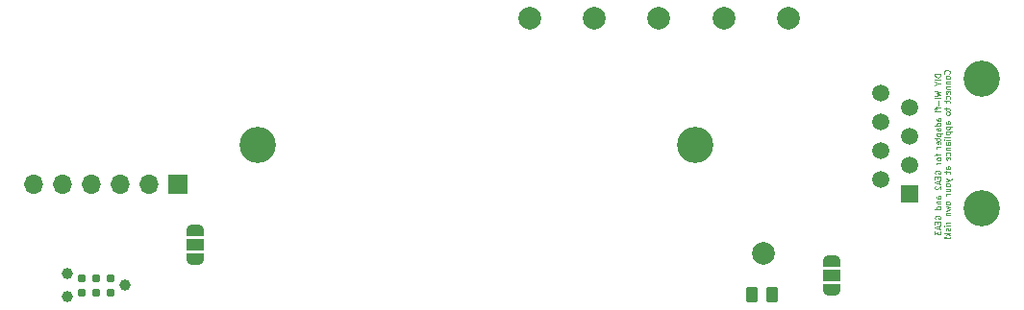
<source format=gbr>
%TF.GenerationSoftware,KiCad,Pcbnew,8.0.4*%
%TF.CreationDate,2025-05-22T08:52:24-04:00*%
%TF.ProjectId,OnionStraws,4f6e696f-6e53-4747-9261-77732e6b6963,rev?*%
%TF.SameCoordinates,Original*%
%TF.FileFunction,Soldermask,Bot*%
%TF.FilePolarity,Negative*%
%FSLAX46Y46*%
G04 Gerber Fmt 4.6, Leading zero omitted, Abs format (unit mm)*
G04 Created by KiCad (PCBNEW 8.0.4) date 2025-05-22 08:52:24*
%MOMM*%
%LPD*%
G01*
G04 APERTURE LIST*
G04 Aperture macros list*
%AMRoundRect*
0 Rectangle with rounded corners*
0 $1 Rounding radius*
0 $2 $3 $4 $5 $6 $7 $8 $9 X,Y pos of 4 corners*
0 Add a 4 corners polygon primitive as box body*
4,1,4,$2,$3,$4,$5,$6,$7,$8,$9,$2,$3,0*
0 Add four circle primitives for the rounded corners*
1,1,$1+$1,$2,$3*
1,1,$1+$1,$4,$5*
1,1,$1+$1,$6,$7*
1,1,$1+$1,$8,$9*
0 Add four rect primitives between the rounded corners*
20,1,$1+$1,$2,$3,$4,$5,0*
20,1,$1+$1,$4,$5,$6,$7,0*
20,1,$1+$1,$6,$7,$8,$9,0*
20,1,$1+$1,$8,$9,$2,$3,0*%
%AMFreePoly0*
4,1,19,0.550000,-0.750000,0.000000,-0.750000,0.000000,-0.744911,-0.071157,-0.744911,-0.207708,-0.704816,-0.327430,-0.627875,-0.420627,-0.520320,-0.479746,-0.390866,-0.500000,-0.250000,-0.500000,0.250000,-0.479746,0.390866,-0.420627,0.520320,-0.327430,0.627875,-0.207708,0.704816,-0.071157,0.744911,0.000000,0.744911,0.000000,0.750000,0.550000,0.750000,0.550000,-0.750000,0.550000,-0.750000,
$1*%
%AMFreePoly1*
4,1,19,0.000000,0.744911,0.071157,0.744911,0.207708,0.704816,0.327430,0.627875,0.420627,0.520320,0.479746,0.390866,0.500000,0.250000,0.500000,-0.250000,0.479746,-0.390866,0.420627,-0.520320,0.327430,-0.627875,0.207708,-0.704816,0.071157,-0.744911,0.000000,-0.744911,0.000000,-0.750000,-0.550000,-0.750000,-0.550000,0.750000,0.000000,0.750000,0.000000,0.744911,0.000000,0.744911,
$1*%
G04 Aperture macros list end*
%ADD10C,0.050000*%
%ADD11C,3.200000*%
%ADD12R,1.500000X1.500000*%
%ADD13C,1.500000*%
%ADD14C,2.000000*%
%ADD15RoundRect,0.250000X-0.262500X-0.450000X0.262500X-0.450000X0.262500X0.450000X-0.262500X0.450000X0*%
%ADD16C,0.990600*%
%ADD17C,0.787400*%
%ADD18FreePoly0,270.000000*%
%ADD19R,1.500000X1.000000*%
%ADD20FreePoly1,270.000000*%
%ADD21R,1.700000X1.700000*%
%ADD22O,1.700000X1.700000*%
G04 APERTURE END LIST*
D10*
X125131237Y-88740478D02*
X124631237Y-88740478D01*
X124631237Y-88740478D02*
X124631237Y-88859526D01*
X124631237Y-88859526D02*
X124655047Y-88930954D01*
X124655047Y-88930954D02*
X124702666Y-88978573D01*
X124702666Y-88978573D02*
X124750285Y-89002383D01*
X124750285Y-89002383D02*
X124845523Y-89026192D01*
X124845523Y-89026192D02*
X124916951Y-89026192D01*
X124916951Y-89026192D02*
X125012189Y-89002383D01*
X125012189Y-89002383D02*
X125059808Y-88978573D01*
X125059808Y-88978573D02*
X125107428Y-88930954D01*
X125107428Y-88930954D02*
X125131237Y-88859526D01*
X125131237Y-88859526D02*
X125131237Y-88740478D01*
X125131237Y-89240478D02*
X124631237Y-89240478D01*
X124893142Y-89573811D02*
X125131237Y-89573811D01*
X124631237Y-89407145D02*
X124893142Y-89573811D01*
X124893142Y-89573811D02*
X124631237Y-89740478D01*
X124631237Y-90240477D02*
X125131237Y-90359525D01*
X125131237Y-90359525D02*
X124774094Y-90454763D01*
X124774094Y-90454763D02*
X125131237Y-90550001D01*
X125131237Y-90550001D02*
X124631237Y-90669049D01*
X125131237Y-90859525D02*
X124797904Y-90859525D01*
X124631237Y-90859525D02*
X124655047Y-90835716D01*
X124655047Y-90835716D02*
X124678856Y-90859525D01*
X124678856Y-90859525D02*
X124655047Y-90883335D01*
X124655047Y-90883335D02*
X124631237Y-90859525D01*
X124631237Y-90859525D02*
X124678856Y-90859525D01*
X124940761Y-91097620D02*
X124940761Y-91478573D01*
X124797904Y-91645240D02*
X124797904Y-91835716D01*
X125131237Y-91716668D02*
X124702666Y-91716668D01*
X124702666Y-91716668D02*
X124655047Y-91740478D01*
X124655047Y-91740478D02*
X124631237Y-91788097D01*
X124631237Y-91788097D02*
X124631237Y-91835716D01*
X125131237Y-92002382D02*
X124797904Y-92002382D01*
X124631237Y-92002382D02*
X124655047Y-91978573D01*
X124655047Y-91978573D02*
X124678856Y-92002382D01*
X124678856Y-92002382D02*
X124655047Y-92026192D01*
X124655047Y-92026192D02*
X124631237Y-92002382D01*
X124631237Y-92002382D02*
X124678856Y-92002382D01*
X125131237Y-92835715D02*
X124869332Y-92835715D01*
X124869332Y-92835715D02*
X124821713Y-92811905D01*
X124821713Y-92811905D02*
X124797904Y-92764286D01*
X124797904Y-92764286D02*
X124797904Y-92669048D01*
X124797904Y-92669048D02*
X124821713Y-92621429D01*
X125107428Y-92835715D02*
X125131237Y-92788096D01*
X125131237Y-92788096D02*
X125131237Y-92669048D01*
X125131237Y-92669048D02*
X125107428Y-92621429D01*
X125107428Y-92621429D02*
X125059808Y-92597620D01*
X125059808Y-92597620D02*
X125012189Y-92597620D01*
X125012189Y-92597620D02*
X124964570Y-92621429D01*
X124964570Y-92621429D02*
X124940761Y-92669048D01*
X124940761Y-92669048D02*
X124940761Y-92788096D01*
X124940761Y-92788096D02*
X124916951Y-92835715D01*
X125131237Y-93288096D02*
X124631237Y-93288096D01*
X125107428Y-93288096D02*
X125131237Y-93240477D01*
X125131237Y-93240477D02*
X125131237Y-93145239D01*
X125131237Y-93145239D02*
X125107428Y-93097620D01*
X125107428Y-93097620D02*
X125083618Y-93073810D01*
X125083618Y-93073810D02*
X125035999Y-93050001D01*
X125035999Y-93050001D02*
X124893142Y-93050001D01*
X124893142Y-93050001D02*
X124845523Y-93073810D01*
X124845523Y-93073810D02*
X124821713Y-93097620D01*
X124821713Y-93097620D02*
X124797904Y-93145239D01*
X124797904Y-93145239D02*
X124797904Y-93240477D01*
X124797904Y-93240477D02*
X124821713Y-93288096D01*
X125131237Y-93740477D02*
X124869332Y-93740477D01*
X124869332Y-93740477D02*
X124821713Y-93716667D01*
X124821713Y-93716667D02*
X124797904Y-93669048D01*
X124797904Y-93669048D02*
X124797904Y-93573810D01*
X124797904Y-93573810D02*
X124821713Y-93526191D01*
X125107428Y-93740477D02*
X125131237Y-93692858D01*
X125131237Y-93692858D02*
X125131237Y-93573810D01*
X125131237Y-93573810D02*
X125107428Y-93526191D01*
X125107428Y-93526191D02*
X125059808Y-93502382D01*
X125059808Y-93502382D02*
X125012189Y-93502382D01*
X125012189Y-93502382D02*
X124964570Y-93526191D01*
X124964570Y-93526191D02*
X124940761Y-93573810D01*
X124940761Y-93573810D02*
X124940761Y-93692858D01*
X124940761Y-93692858D02*
X124916951Y-93740477D01*
X124797904Y-93978572D02*
X125297904Y-93978572D01*
X124821713Y-93978572D02*
X124797904Y-94026191D01*
X124797904Y-94026191D02*
X124797904Y-94121429D01*
X124797904Y-94121429D02*
X124821713Y-94169048D01*
X124821713Y-94169048D02*
X124845523Y-94192858D01*
X124845523Y-94192858D02*
X124893142Y-94216667D01*
X124893142Y-94216667D02*
X125035999Y-94216667D01*
X125035999Y-94216667D02*
X125083618Y-94192858D01*
X125083618Y-94192858D02*
X125107428Y-94169048D01*
X125107428Y-94169048D02*
X125131237Y-94121429D01*
X125131237Y-94121429D02*
X125131237Y-94026191D01*
X125131237Y-94026191D02*
X125107428Y-93978572D01*
X124797904Y-94359525D02*
X124797904Y-94550001D01*
X124631237Y-94430953D02*
X125059808Y-94430953D01*
X125059808Y-94430953D02*
X125107428Y-94454763D01*
X125107428Y-94454763D02*
X125131237Y-94502382D01*
X125131237Y-94502382D02*
X125131237Y-94550001D01*
X125107428Y-94907143D02*
X125131237Y-94859524D01*
X125131237Y-94859524D02*
X125131237Y-94764286D01*
X125131237Y-94764286D02*
X125107428Y-94716667D01*
X125107428Y-94716667D02*
X125059808Y-94692858D01*
X125059808Y-94692858D02*
X124869332Y-94692858D01*
X124869332Y-94692858D02*
X124821713Y-94716667D01*
X124821713Y-94716667D02*
X124797904Y-94764286D01*
X124797904Y-94764286D02*
X124797904Y-94859524D01*
X124797904Y-94859524D02*
X124821713Y-94907143D01*
X124821713Y-94907143D02*
X124869332Y-94930953D01*
X124869332Y-94930953D02*
X124916951Y-94930953D01*
X124916951Y-94930953D02*
X124964570Y-94692858D01*
X125131237Y-95145238D02*
X124797904Y-95145238D01*
X124893142Y-95145238D02*
X124845523Y-95169048D01*
X124845523Y-95169048D02*
X124821713Y-95192857D01*
X124821713Y-95192857D02*
X124797904Y-95240476D01*
X124797904Y-95240476D02*
X124797904Y-95288095D01*
X124797904Y-95764286D02*
X124797904Y-95954762D01*
X125131237Y-95835714D02*
X124702666Y-95835714D01*
X124702666Y-95835714D02*
X124655047Y-95859524D01*
X124655047Y-95859524D02*
X124631237Y-95907143D01*
X124631237Y-95907143D02*
X124631237Y-95954762D01*
X125131237Y-96192857D02*
X125107428Y-96145238D01*
X125107428Y-96145238D02*
X125083618Y-96121428D01*
X125083618Y-96121428D02*
X125035999Y-96097619D01*
X125035999Y-96097619D02*
X124893142Y-96097619D01*
X124893142Y-96097619D02*
X124845523Y-96121428D01*
X124845523Y-96121428D02*
X124821713Y-96145238D01*
X124821713Y-96145238D02*
X124797904Y-96192857D01*
X124797904Y-96192857D02*
X124797904Y-96264285D01*
X124797904Y-96264285D02*
X124821713Y-96311904D01*
X124821713Y-96311904D02*
X124845523Y-96335714D01*
X124845523Y-96335714D02*
X124893142Y-96359523D01*
X124893142Y-96359523D02*
X125035999Y-96359523D01*
X125035999Y-96359523D02*
X125083618Y-96335714D01*
X125083618Y-96335714D02*
X125107428Y-96311904D01*
X125107428Y-96311904D02*
X125131237Y-96264285D01*
X125131237Y-96264285D02*
X125131237Y-96192857D01*
X125131237Y-96573809D02*
X124797904Y-96573809D01*
X124893142Y-96573809D02*
X124845523Y-96597619D01*
X124845523Y-96597619D02*
X124821713Y-96621428D01*
X124821713Y-96621428D02*
X124797904Y-96669047D01*
X124797904Y-96669047D02*
X124797904Y-96716666D01*
X124655047Y-97526190D02*
X124631237Y-97478571D01*
X124631237Y-97478571D02*
X124631237Y-97407142D01*
X124631237Y-97407142D02*
X124655047Y-97335714D01*
X124655047Y-97335714D02*
X124702666Y-97288095D01*
X124702666Y-97288095D02*
X124750285Y-97264285D01*
X124750285Y-97264285D02*
X124845523Y-97240476D01*
X124845523Y-97240476D02*
X124916951Y-97240476D01*
X124916951Y-97240476D02*
X125012189Y-97264285D01*
X125012189Y-97264285D02*
X125059808Y-97288095D01*
X125059808Y-97288095D02*
X125107428Y-97335714D01*
X125107428Y-97335714D02*
X125131237Y-97407142D01*
X125131237Y-97407142D02*
X125131237Y-97454761D01*
X125131237Y-97454761D02*
X125107428Y-97526190D01*
X125107428Y-97526190D02*
X125083618Y-97549999D01*
X125083618Y-97549999D02*
X124916951Y-97549999D01*
X124916951Y-97549999D02*
X124916951Y-97454761D01*
X124869332Y-97764285D02*
X124869332Y-97930952D01*
X125131237Y-98002380D02*
X125131237Y-97764285D01*
X125131237Y-97764285D02*
X124631237Y-97764285D01*
X124631237Y-97764285D02*
X124631237Y-98002380D01*
X124988380Y-98192857D02*
X124988380Y-98430952D01*
X125131237Y-98145238D02*
X124631237Y-98311904D01*
X124631237Y-98311904D02*
X125131237Y-98478571D01*
X124678856Y-98621428D02*
X124655047Y-98645237D01*
X124655047Y-98645237D02*
X124631237Y-98692856D01*
X124631237Y-98692856D02*
X124631237Y-98811904D01*
X124631237Y-98811904D02*
X124655047Y-98859523D01*
X124655047Y-98859523D02*
X124678856Y-98883332D01*
X124678856Y-98883332D02*
X124726475Y-98907142D01*
X124726475Y-98907142D02*
X124774094Y-98907142D01*
X124774094Y-98907142D02*
X124845523Y-98883332D01*
X124845523Y-98883332D02*
X125131237Y-98597618D01*
X125131237Y-98597618D02*
X125131237Y-98907142D01*
X125131237Y-99716665D02*
X124869332Y-99716665D01*
X124869332Y-99716665D02*
X124821713Y-99692855D01*
X124821713Y-99692855D02*
X124797904Y-99645236D01*
X124797904Y-99645236D02*
X124797904Y-99549998D01*
X124797904Y-99549998D02*
X124821713Y-99502379D01*
X125107428Y-99716665D02*
X125131237Y-99669046D01*
X125131237Y-99669046D02*
X125131237Y-99549998D01*
X125131237Y-99549998D02*
X125107428Y-99502379D01*
X125107428Y-99502379D02*
X125059808Y-99478570D01*
X125059808Y-99478570D02*
X125012189Y-99478570D01*
X125012189Y-99478570D02*
X124964570Y-99502379D01*
X124964570Y-99502379D02*
X124940761Y-99549998D01*
X124940761Y-99549998D02*
X124940761Y-99669046D01*
X124940761Y-99669046D02*
X124916951Y-99716665D01*
X124797904Y-99954760D02*
X125131237Y-99954760D01*
X124845523Y-99954760D02*
X124821713Y-99978570D01*
X124821713Y-99978570D02*
X124797904Y-100026189D01*
X124797904Y-100026189D02*
X124797904Y-100097617D01*
X124797904Y-100097617D02*
X124821713Y-100145236D01*
X124821713Y-100145236D02*
X124869332Y-100169046D01*
X124869332Y-100169046D02*
X125131237Y-100169046D01*
X125131237Y-100621427D02*
X124631237Y-100621427D01*
X125107428Y-100621427D02*
X125131237Y-100573808D01*
X125131237Y-100573808D02*
X125131237Y-100478570D01*
X125131237Y-100478570D02*
X125107428Y-100430951D01*
X125107428Y-100430951D02*
X125083618Y-100407141D01*
X125083618Y-100407141D02*
X125035999Y-100383332D01*
X125035999Y-100383332D02*
X124893142Y-100383332D01*
X124893142Y-100383332D02*
X124845523Y-100407141D01*
X124845523Y-100407141D02*
X124821713Y-100430951D01*
X124821713Y-100430951D02*
X124797904Y-100478570D01*
X124797904Y-100478570D02*
X124797904Y-100573808D01*
X124797904Y-100573808D02*
X124821713Y-100621427D01*
X124655047Y-101502379D02*
X124631237Y-101454760D01*
X124631237Y-101454760D02*
X124631237Y-101383331D01*
X124631237Y-101383331D02*
X124655047Y-101311903D01*
X124655047Y-101311903D02*
X124702666Y-101264284D01*
X124702666Y-101264284D02*
X124750285Y-101240474D01*
X124750285Y-101240474D02*
X124845523Y-101216665D01*
X124845523Y-101216665D02*
X124916951Y-101216665D01*
X124916951Y-101216665D02*
X125012189Y-101240474D01*
X125012189Y-101240474D02*
X125059808Y-101264284D01*
X125059808Y-101264284D02*
X125107428Y-101311903D01*
X125107428Y-101311903D02*
X125131237Y-101383331D01*
X125131237Y-101383331D02*
X125131237Y-101430950D01*
X125131237Y-101430950D02*
X125107428Y-101502379D01*
X125107428Y-101502379D02*
X125083618Y-101526188D01*
X125083618Y-101526188D02*
X124916951Y-101526188D01*
X124916951Y-101526188D02*
X124916951Y-101430950D01*
X124869332Y-101740474D02*
X124869332Y-101907141D01*
X125131237Y-101978569D02*
X125131237Y-101740474D01*
X125131237Y-101740474D02*
X124631237Y-101740474D01*
X124631237Y-101740474D02*
X124631237Y-101978569D01*
X124988380Y-102169046D02*
X124988380Y-102407141D01*
X125131237Y-102121427D02*
X124631237Y-102288093D01*
X124631237Y-102288093D02*
X125131237Y-102454760D01*
X124631237Y-102573807D02*
X124631237Y-102883331D01*
X124631237Y-102883331D02*
X124821713Y-102716664D01*
X124821713Y-102716664D02*
X124821713Y-102788093D01*
X124821713Y-102788093D02*
X124845523Y-102835712D01*
X124845523Y-102835712D02*
X124869332Y-102859521D01*
X124869332Y-102859521D02*
X124916951Y-102883331D01*
X124916951Y-102883331D02*
X125035999Y-102883331D01*
X125035999Y-102883331D02*
X125083618Y-102859521D01*
X125083618Y-102859521D02*
X125107428Y-102835712D01*
X125107428Y-102835712D02*
X125131237Y-102788093D01*
X125131237Y-102788093D02*
X125131237Y-102645236D01*
X125131237Y-102645236D02*
X125107428Y-102597617D01*
X125107428Y-102597617D02*
X125083618Y-102573807D01*
X125888590Y-88704763D02*
X125912400Y-88680954D01*
X125912400Y-88680954D02*
X125936209Y-88609525D01*
X125936209Y-88609525D02*
X125936209Y-88561906D01*
X125936209Y-88561906D02*
X125912400Y-88490478D01*
X125912400Y-88490478D02*
X125864780Y-88442859D01*
X125864780Y-88442859D02*
X125817161Y-88419049D01*
X125817161Y-88419049D02*
X125721923Y-88395240D01*
X125721923Y-88395240D02*
X125650495Y-88395240D01*
X125650495Y-88395240D02*
X125555257Y-88419049D01*
X125555257Y-88419049D02*
X125507638Y-88442859D01*
X125507638Y-88442859D02*
X125460019Y-88490478D01*
X125460019Y-88490478D02*
X125436209Y-88561906D01*
X125436209Y-88561906D02*
X125436209Y-88609525D01*
X125436209Y-88609525D02*
X125460019Y-88680954D01*
X125460019Y-88680954D02*
X125483828Y-88704763D01*
X125936209Y-88990478D02*
X125912400Y-88942859D01*
X125912400Y-88942859D02*
X125888590Y-88919049D01*
X125888590Y-88919049D02*
X125840971Y-88895240D01*
X125840971Y-88895240D02*
X125698114Y-88895240D01*
X125698114Y-88895240D02*
X125650495Y-88919049D01*
X125650495Y-88919049D02*
X125626685Y-88942859D01*
X125626685Y-88942859D02*
X125602876Y-88990478D01*
X125602876Y-88990478D02*
X125602876Y-89061906D01*
X125602876Y-89061906D02*
X125626685Y-89109525D01*
X125626685Y-89109525D02*
X125650495Y-89133335D01*
X125650495Y-89133335D02*
X125698114Y-89157144D01*
X125698114Y-89157144D02*
X125840971Y-89157144D01*
X125840971Y-89157144D02*
X125888590Y-89133335D01*
X125888590Y-89133335D02*
X125912400Y-89109525D01*
X125912400Y-89109525D02*
X125936209Y-89061906D01*
X125936209Y-89061906D02*
X125936209Y-88990478D01*
X125602876Y-89371430D02*
X125936209Y-89371430D01*
X125650495Y-89371430D02*
X125626685Y-89395240D01*
X125626685Y-89395240D02*
X125602876Y-89442859D01*
X125602876Y-89442859D02*
X125602876Y-89514287D01*
X125602876Y-89514287D02*
X125626685Y-89561906D01*
X125626685Y-89561906D02*
X125674304Y-89585716D01*
X125674304Y-89585716D02*
X125936209Y-89585716D01*
X125602876Y-89823811D02*
X125936209Y-89823811D01*
X125650495Y-89823811D02*
X125626685Y-89847621D01*
X125626685Y-89847621D02*
X125602876Y-89895240D01*
X125602876Y-89895240D02*
X125602876Y-89966668D01*
X125602876Y-89966668D02*
X125626685Y-90014287D01*
X125626685Y-90014287D02*
X125674304Y-90038097D01*
X125674304Y-90038097D02*
X125936209Y-90038097D01*
X125912400Y-90466668D02*
X125936209Y-90419049D01*
X125936209Y-90419049D02*
X125936209Y-90323811D01*
X125936209Y-90323811D02*
X125912400Y-90276192D01*
X125912400Y-90276192D02*
X125864780Y-90252383D01*
X125864780Y-90252383D02*
X125674304Y-90252383D01*
X125674304Y-90252383D02*
X125626685Y-90276192D01*
X125626685Y-90276192D02*
X125602876Y-90323811D01*
X125602876Y-90323811D02*
X125602876Y-90419049D01*
X125602876Y-90419049D02*
X125626685Y-90466668D01*
X125626685Y-90466668D02*
X125674304Y-90490478D01*
X125674304Y-90490478D02*
X125721923Y-90490478D01*
X125721923Y-90490478D02*
X125769542Y-90252383D01*
X125912400Y-90919049D02*
X125936209Y-90871430D01*
X125936209Y-90871430D02*
X125936209Y-90776192D01*
X125936209Y-90776192D02*
X125912400Y-90728573D01*
X125912400Y-90728573D02*
X125888590Y-90704763D01*
X125888590Y-90704763D02*
X125840971Y-90680954D01*
X125840971Y-90680954D02*
X125698114Y-90680954D01*
X125698114Y-90680954D02*
X125650495Y-90704763D01*
X125650495Y-90704763D02*
X125626685Y-90728573D01*
X125626685Y-90728573D02*
X125602876Y-90776192D01*
X125602876Y-90776192D02*
X125602876Y-90871430D01*
X125602876Y-90871430D02*
X125626685Y-90919049D01*
X125602876Y-91061906D02*
X125602876Y-91252382D01*
X125436209Y-91133334D02*
X125864780Y-91133334D01*
X125864780Y-91133334D02*
X125912400Y-91157144D01*
X125912400Y-91157144D02*
X125936209Y-91204763D01*
X125936209Y-91204763D02*
X125936209Y-91252382D01*
X125602876Y-91728572D02*
X125602876Y-91919048D01*
X125436209Y-91800000D02*
X125864780Y-91800000D01*
X125864780Y-91800000D02*
X125912400Y-91823810D01*
X125912400Y-91823810D02*
X125936209Y-91871429D01*
X125936209Y-91871429D02*
X125936209Y-91919048D01*
X125936209Y-92157143D02*
X125912400Y-92109524D01*
X125912400Y-92109524D02*
X125888590Y-92085714D01*
X125888590Y-92085714D02*
X125840971Y-92061905D01*
X125840971Y-92061905D02*
X125698114Y-92061905D01*
X125698114Y-92061905D02*
X125650495Y-92085714D01*
X125650495Y-92085714D02*
X125626685Y-92109524D01*
X125626685Y-92109524D02*
X125602876Y-92157143D01*
X125602876Y-92157143D02*
X125602876Y-92228571D01*
X125602876Y-92228571D02*
X125626685Y-92276190D01*
X125626685Y-92276190D02*
X125650495Y-92300000D01*
X125650495Y-92300000D02*
X125698114Y-92323809D01*
X125698114Y-92323809D02*
X125840971Y-92323809D01*
X125840971Y-92323809D02*
X125888590Y-92300000D01*
X125888590Y-92300000D02*
X125912400Y-92276190D01*
X125912400Y-92276190D02*
X125936209Y-92228571D01*
X125936209Y-92228571D02*
X125936209Y-92157143D01*
X125936209Y-93133333D02*
X125674304Y-93133333D01*
X125674304Y-93133333D02*
X125626685Y-93109523D01*
X125626685Y-93109523D02*
X125602876Y-93061904D01*
X125602876Y-93061904D02*
X125602876Y-92966666D01*
X125602876Y-92966666D02*
X125626685Y-92919047D01*
X125912400Y-93133333D02*
X125936209Y-93085714D01*
X125936209Y-93085714D02*
X125936209Y-92966666D01*
X125936209Y-92966666D02*
X125912400Y-92919047D01*
X125912400Y-92919047D02*
X125864780Y-92895238D01*
X125864780Y-92895238D02*
X125817161Y-92895238D01*
X125817161Y-92895238D02*
X125769542Y-92919047D01*
X125769542Y-92919047D02*
X125745733Y-92966666D01*
X125745733Y-92966666D02*
X125745733Y-93085714D01*
X125745733Y-93085714D02*
X125721923Y-93133333D01*
X125602876Y-93371428D02*
X126102876Y-93371428D01*
X125626685Y-93371428D02*
X125602876Y-93419047D01*
X125602876Y-93419047D02*
X125602876Y-93514285D01*
X125602876Y-93514285D02*
X125626685Y-93561904D01*
X125626685Y-93561904D02*
X125650495Y-93585714D01*
X125650495Y-93585714D02*
X125698114Y-93609523D01*
X125698114Y-93609523D02*
X125840971Y-93609523D01*
X125840971Y-93609523D02*
X125888590Y-93585714D01*
X125888590Y-93585714D02*
X125912400Y-93561904D01*
X125912400Y-93561904D02*
X125936209Y-93514285D01*
X125936209Y-93514285D02*
X125936209Y-93419047D01*
X125936209Y-93419047D02*
X125912400Y-93371428D01*
X125602876Y-93823809D02*
X126102876Y-93823809D01*
X125626685Y-93823809D02*
X125602876Y-93871428D01*
X125602876Y-93871428D02*
X125602876Y-93966666D01*
X125602876Y-93966666D02*
X125626685Y-94014285D01*
X125626685Y-94014285D02*
X125650495Y-94038095D01*
X125650495Y-94038095D02*
X125698114Y-94061904D01*
X125698114Y-94061904D02*
X125840971Y-94061904D01*
X125840971Y-94061904D02*
X125888590Y-94038095D01*
X125888590Y-94038095D02*
X125912400Y-94014285D01*
X125912400Y-94014285D02*
X125936209Y-93966666D01*
X125936209Y-93966666D02*
X125936209Y-93871428D01*
X125936209Y-93871428D02*
X125912400Y-93823809D01*
X125936209Y-94347619D02*
X125912400Y-94300000D01*
X125912400Y-94300000D02*
X125864780Y-94276190D01*
X125864780Y-94276190D02*
X125436209Y-94276190D01*
X125936209Y-94538095D02*
X125602876Y-94538095D01*
X125436209Y-94538095D02*
X125460019Y-94514286D01*
X125460019Y-94514286D02*
X125483828Y-94538095D01*
X125483828Y-94538095D02*
X125460019Y-94561905D01*
X125460019Y-94561905D02*
X125436209Y-94538095D01*
X125436209Y-94538095D02*
X125483828Y-94538095D01*
X125936209Y-94990476D02*
X125674304Y-94990476D01*
X125674304Y-94990476D02*
X125626685Y-94966666D01*
X125626685Y-94966666D02*
X125602876Y-94919047D01*
X125602876Y-94919047D02*
X125602876Y-94823809D01*
X125602876Y-94823809D02*
X125626685Y-94776190D01*
X125912400Y-94990476D02*
X125936209Y-94942857D01*
X125936209Y-94942857D02*
X125936209Y-94823809D01*
X125936209Y-94823809D02*
X125912400Y-94776190D01*
X125912400Y-94776190D02*
X125864780Y-94752381D01*
X125864780Y-94752381D02*
X125817161Y-94752381D01*
X125817161Y-94752381D02*
X125769542Y-94776190D01*
X125769542Y-94776190D02*
X125745733Y-94823809D01*
X125745733Y-94823809D02*
X125745733Y-94942857D01*
X125745733Y-94942857D02*
X125721923Y-94990476D01*
X125602876Y-95228571D02*
X125936209Y-95228571D01*
X125650495Y-95228571D02*
X125626685Y-95252381D01*
X125626685Y-95252381D02*
X125602876Y-95300000D01*
X125602876Y-95300000D02*
X125602876Y-95371428D01*
X125602876Y-95371428D02*
X125626685Y-95419047D01*
X125626685Y-95419047D02*
X125674304Y-95442857D01*
X125674304Y-95442857D02*
X125936209Y-95442857D01*
X125912400Y-95895238D02*
X125936209Y-95847619D01*
X125936209Y-95847619D02*
X125936209Y-95752381D01*
X125936209Y-95752381D02*
X125912400Y-95704762D01*
X125912400Y-95704762D02*
X125888590Y-95680952D01*
X125888590Y-95680952D02*
X125840971Y-95657143D01*
X125840971Y-95657143D02*
X125698114Y-95657143D01*
X125698114Y-95657143D02*
X125650495Y-95680952D01*
X125650495Y-95680952D02*
X125626685Y-95704762D01*
X125626685Y-95704762D02*
X125602876Y-95752381D01*
X125602876Y-95752381D02*
X125602876Y-95847619D01*
X125602876Y-95847619D02*
X125626685Y-95895238D01*
X125912400Y-96299999D02*
X125936209Y-96252380D01*
X125936209Y-96252380D02*
X125936209Y-96157142D01*
X125936209Y-96157142D02*
X125912400Y-96109523D01*
X125912400Y-96109523D02*
X125864780Y-96085714D01*
X125864780Y-96085714D02*
X125674304Y-96085714D01*
X125674304Y-96085714D02*
X125626685Y-96109523D01*
X125626685Y-96109523D02*
X125602876Y-96157142D01*
X125602876Y-96157142D02*
X125602876Y-96252380D01*
X125602876Y-96252380D02*
X125626685Y-96299999D01*
X125626685Y-96299999D02*
X125674304Y-96323809D01*
X125674304Y-96323809D02*
X125721923Y-96323809D01*
X125721923Y-96323809D02*
X125769542Y-96085714D01*
X125936209Y-97133332D02*
X125674304Y-97133332D01*
X125674304Y-97133332D02*
X125626685Y-97109522D01*
X125626685Y-97109522D02*
X125602876Y-97061903D01*
X125602876Y-97061903D02*
X125602876Y-96966665D01*
X125602876Y-96966665D02*
X125626685Y-96919046D01*
X125912400Y-97133332D02*
X125936209Y-97085713D01*
X125936209Y-97085713D02*
X125936209Y-96966665D01*
X125936209Y-96966665D02*
X125912400Y-96919046D01*
X125912400Y-96919046D02*
X125864780Y-96895237D01*
X125864780Y-96895237D02*
X125817161Y-96895237D01*
X125817161Y-96895237D02*
X125769542Y-96919046D01*
X125769542Y-96919046D02*
X125745733Y-96966665D01*
X125745733Y-96966665D02*
X125745733Y-97085713D01*
X125745733Y-97085713D02*
X125721923Y-97133332D01*
X125602876Y-97299999D02*
X125602876Y-97490475D01*
X125436209Y-97371427D02*
X125864780Y-97371427D01*
X125864780Y-97371427D02*
X125912400Y-97395237D01*
X125912400Y-97395237D02*
X125936209Y-97442856D01*
X125936209Y-97442856D02*
X125936209Y-97490475D01*
X125602876Y-97990474D02*
X125936209Y-98109522D01*
X125602876Y-98228569D02*
X125936209Y-98109522D01*
X125936209Y-98109522D02*
X126055257Y-98061903D01*
X126055257Y-98061903D02*
X126079066Y-98038093D01*
X126079066Y-98038093D02*
X126102876Y-97990474D01*
X125936209Y-98490474D02*
X125912400Y-98442855D01*
X125912400Y-98442855D02*
X125888590Y-98419045D01*
X125888590Y-98419045D02*
X125840971Y-98395236D01*
X125840971Y-98395236D02*
X125698114Y-98395236D01*
X125698114Y-98395236D02*
X125650495Y-98419045D01*
X125650495Y-98419045D02*
X125626685Y-98442855D01*
X125626685Y-98442855D02*
X125602876Y-98490474D01*
X125602876Y-98490474D02*
X125602876Y-98561902D01*
X125602876Y-98561902D02*
X125626685Y-98609521D01*
X125626685Y-98609521D02*
X125650495Y-98633331D01*
X125650495Y-98633331D02*
X125698114Y-98657140D01*
X125698114Y-98657140D02*
X125840971Y-98657140D01*
X125840971Y-98657140D02*
X125888590Y-98633331D01*
X125888590Y-98633331D02*
X125912400Y-98609521D01*
X125912400Y-98609521D02*
X125936209Y-98561902D01*
X125936209Y-98561902D02*
X125936209Y-98490474D01*
X125602876Y-99085712D02*
X125936209Y-99085712D01*
X125602876Y-98871426D02*
X125864780Y-98871426D01*
X125864780Y-98871426D02*
X125912400Y-98895236D01*
X125912400Y-98895236D02*
X125936209Y-98942855D01*
X125936209Y-98942855D02*
X125936209Y-99014283D01*
X125936209Y-99014283D02*
X125912400Y-99061902D01*
X125912400Y-99061902D02*
X125888590Y-99085712D01*
X125936209Y-99323807D02*
X125602876Y-99323807D01*
X125698114Y-99323807D02*
X125650495Y-99347617D01*
X125650495Y-99347617D02*
X125626685Y-99371426D01*
X125626685Y-99371426D02*
X125602876Y-99419045D01*
X125602876Y-99419045D02*
X125602876Y-99466664D01*
X125936209Y-100085712D02*
X125912400Y-100038093D01*
X125912400Y-100038093D02*
X125888590Y-100014283D01*
X125888590Y-100014283D02*
X125840971Y-99990474D01*
X125840971Y-99990474D02*
X125698114Y-99990474D01*
X125698114Y-99990474D02*
X125650495Y-100014283D01*
X125650495Y-100014283D02*
X125626685Y-100038093D01*
X125626685Y-100038093D02*
X125602876Y-100085712D01*
X125602876Y-100085712D02*
X125602876Y-100157140D01*
X125602876Y-100157140D02*
X125626685Y-100204759D01*
X125626685Y-100204759D02*
X125650495Y-100228569D01*
X125650495Y-100228569D02*
X125698114Y-100252378D01*
X125698114Y-100252378D02*
X125840971Y-100252378D01*
X125840971Y-100252378D02*
X125888590Y-100228569D01*
X125888590Y-100228569D02*
X125912400Y-100204759D01*
X125912400Y-100204759D02*
X125936209Y-100157140D01*
X125936209Y-100157140D02*
X125936209Y-100085712D01*
X125602876Y-100419045D02*
X125936209Y-100514283D01*
X125936209Y-100514283D02*
X125698114Y-100609521D01*
X125698114Y-100609521D02*
X125936209Y-100704759D01*
X125936209Y-100704759D02*
X125602876Y-100799997D01*
X125602876Y-100990474D02*
X125936209Y-100990474D01*
X125650495Y-100990474D02*
X125626685Y-101014284D01*
X125626685Y-101014284D02*
X125602876Y-101061903D01*
X125602876Y-101061903D02*
X125602876Y-101133331D01*
X125602876Y-101133331D02*
X125626685Y-101180950D01*
X125626685Y-101180950D02*
X125674304Y-101204760D01*
X125674304Y-101204760D02*
X125936209Y-101204760D01*
X125936209Y-101823807D02*
X125602876Y-101823807D01*
X125698114Y-101823807D02*
X125650495Y-101847617D01*
X125650495Y-101847617D02*
X125626685Y-101871426D01*
X125626685Y-101871426D02*
X125602876Y-101919045D01*
X125602876Y-101919045D02*
X125602876Y-101966664D01*
X125936209Y-102133331D02*
X125602876Y-102133331D01*
X125436209Y-102133331D02*
X125460019Y-102109522D01*
X125460019Y-102109522D02*
X125483828Y-102133331D01*
X125483828Y-102133331D02*
X125460019Y-102157141D01*
X125460019Y-102157141D02*
X125436209Y-102133331D01*
X125436209Y-102133331D02*
X125483828Y-102133331D01*
X125912400Y-102347617D02*
X125936209Y-102395236D01*
X125936209Y-102395236D02*
X125936209Y-102490474D01*
X125936209Y-102490474D02*
X125912400Y-102538093D01*
X125912400Y-102538093D02*
X125864780Y-102561902D01*
X125864780Y-102561902D02*
X125840971Y-102561902D01*
X125840971Y-102561902D02*
X125793352Y-102538093D01*
X125793352Y-102538093D02*
X125769542Y-102490474D01*
X125769542Y-102490474D02*
X125769542Y-102419045D01*
X125769542Y-102419045D02*
X125745733Y-102371426D01*
X125745733Y-102371426D02*
X125698114Y-102347617D01*
X125698114Y-102347617D02*
X125674304Y-102347617D01*
X125674304Y-102347617D02*
X125626685Y-102371426D01*
X125626685Y-102371426D02*
X125602876Y-102419045D01*
X125602876Y-102419045D02*
X125602876Y-102490474D01*
X125602876Y-102490474D02*
X125626685Y-102538093D01*
X125936209Y-102776188D02*
X125436209Y-102776188D01*
X125745733Y-102823807D02*
X125936209Y-102966664D01*
X125602876Y-102966664D02*
X125793352Y-102776188D01*
X125888590Y-103180950D02*
X125912400Y-103204760D01*
X125912400Y-103204760D02*
X125936209Y-103180950D01*
X125936209Y-103180950D02*
X125912400Y-103157141D01*
X125912400Y-103157141D02*
X125888590Y-103180950D01*
X125888590Y-103180950D02*
X125936209Y-103180950D01*
X125745733Y-103180950D02*
X125460019Y-103157141D01*
X125460019Y-103157141D02*
X125436209Y-103180950D01*
X125436209Y-103180950D02*
X125460019Y-103204760D01*
X125460019Y-103204760D02*
X125745733Y-103180950D01*
X125745733Y-103180950D02*
X125436209Y-103180950D01*
D11*
%TO.C,H1*%
X65000000Y-95000000D03*
%TD*%
%TO.C,J1*%
X128775000Y-100552500D03*
X128775000Y-89122500D03*
D12*
X122425000Y-99282500D03*
D13*
X119885000Y-98012500D03*
X122425000Y-96742500D03*
X119885000Y-95472500D03*
X122425000Y-94202500D03*
X119885000Y-92932500D03*
X122425000Y-91662500D03*
X119885000Y-90392500D03*
%TD*%
D11*
%TO.C,H2*%
X103525000Y-95000000D03*
%TD*%
D14*
%TO.C,TP1*%
X88925000Y-83800000D03*
%TD*%
%TO.C,TP4*%
X100325000Y-83800000D03*
%TD*%
D15*
%TO.C,R8*%
X108500000Y-108200000D03*
X110325000Y-108200000D03*
%TD*%
D16*
%TO.C,J3*%
X53270000Y-107365000D03*
X48190000Y-108381000D03*
X48190000Y-106349000D03*
D17*
X52000000Y-108000000D03*
X52000000Y-106730000D03*
X50730000Y-108000000D03*
X50730000Y-106730000D03*
X49460000Y-108000000D03*
X49460000Y-106730000D03*
%TD*%
D18*
%TO.C,Power Pin*%
X115525000Y-105200000D03*
D19*
X115525000Y-106500000D03*
D20*
X115525000Y-107800000D03*
%TD*%
D14*
%TO.C,TP5*%
X106025000Y-83800000D03*
%TD*%
%TO.C,TP2*%
X94625000Y-83800000D03*
%TD*%
%TO.C,TP6*%
X111725000Y-83800000D03*
%TD*%
%TO.C,INPUT POWER*%
X109525000Y-104600000D03*
%TD*%
D18*
%TO.C,JP1*%
X59500000Y-102500000D03*
D19*
X59500000Y-103800000D03*
D20*
X59500000Y-105100000D03*
%TD*%
D21*
%TO.C,J2*%
X58000000Y-98500000D03*
D22*
X55460000Y-98500000D03*
X52920000Y-98500000D03*
X50380000Y-98500000D03*
X47840000Y-98500000D03*
X45300000Y-98500000D03*
%TD*%
M02*

</source>
